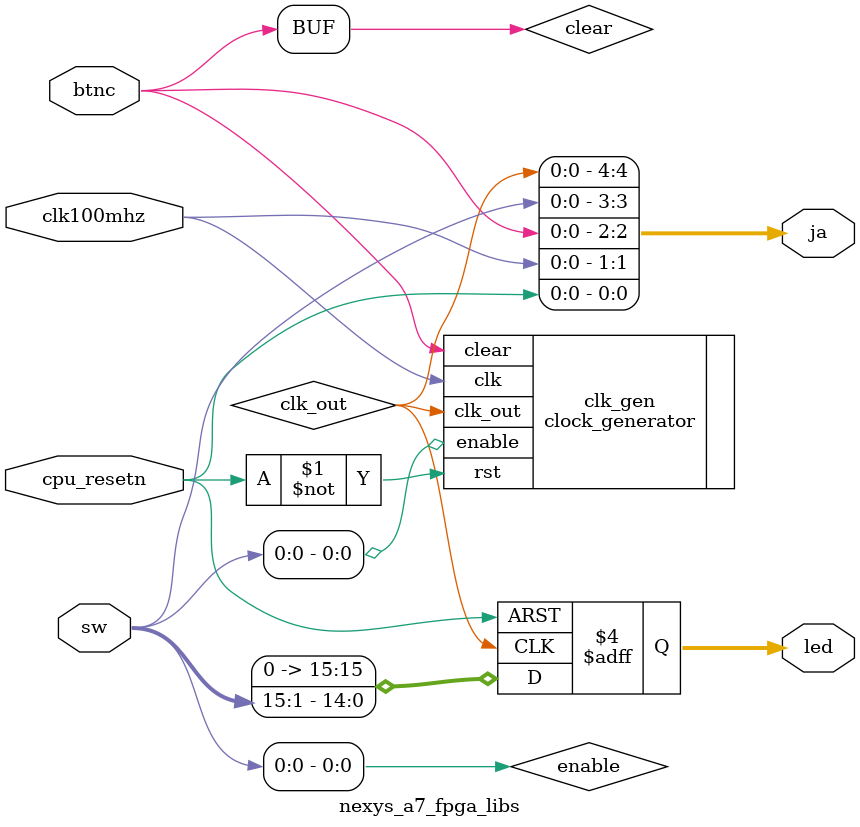
<source format=sv>
module nexys_a7_fpga_libs (
    input logic clk100mhz,
    input logic cpu_resetn,
    input logic btnc,
    input logic [15:0] sw,
    output logic [15:0] led,
    output logic [4:0] ja
);

    // Parameters for the clock_generator instance
    localparam integer ClkInFreq = 100_000_000;
    localparam integer ClockOutFreq = 2;
    localparam real PhaseShift = 75.0;
    localparam real DutyCycle = 50.0;
    localparam logic IdleValue = 0;

    // Signals for the clock_generator instance
    logic clear;
    logic enable;
    logic clk_out;

    // Instantiate the clock_generator module
    clock_generator #(
        .CLK_IN_FREQ (ClkInFreq),
        .CLK_OUT_FREQ(ClockOutFreq),
        .PHASE_SHIFT (PhaseShift),
        .DUTY_CYCLE  (DutyCycle),
        .IDLE_VALUE  (IdleValue)
    ) clk_gen (
        .clk(clk100mhz),
        .rst(~cpu_resetn),
        .clear(clear),
        .enable(enable),
        .clk_out(clk_out)
    );

    // LED control logic
    always_ff @(posedge clk_out or negedge cpu_resetn) begin
        if (!cpu_resetn) begin
            led <= 16'b0;
        end else begin
            led <= sw[15:1];
        end
    end

    // Assign the clock generator signals
    assign clear = btnc;
    assign enable = sw[0];
    assign ja = {clk_out, enable, clear, clk100mhz, cpu_resetn};

endmodule

</source>
